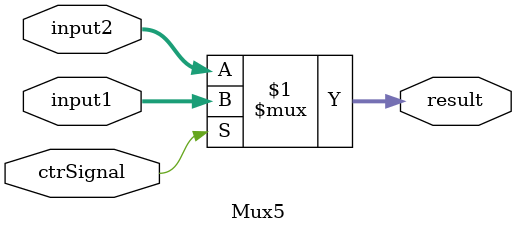
<source format=v>
`timescale 1ns / 1ps


module Mux5(
    input ctrSignal,
    input [4:0] input1,
    input [4:0] input2,
    output [4:0] result
    );
    
    assign result = ctrSignal ? input1 : input2;
    
endmodule

</source>
